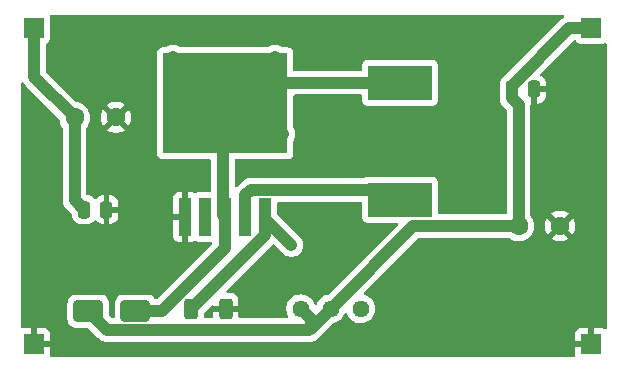
<source format=gbr>
%TF.GenerationSoftware,KiCad,Pcbnew,9.0.3*%
%TF.CreationDate,2026-02-07T01:57:28+05:30*%
%TF.ProjectId,dc dc boost converter,64632064-6320-4626-9f6f-737420636f6e,rev?*%
%TF.SameCoordinates,Original*%
%TF.FileFunction,Copper,L1,Top*%
%TF.FilePolarity,Positive*%
%FSLAX46Y46*%
G04 Gerber Fmt 4.6, Leading zero omitted, Abs format (unit mm)*
G04 Created by KiCad (PCBNEW 9.0.3) date 2026-02-07 01:57:28*
%MOMM*%
%LPD*%
G01*
G04 APERTURE LIST*
G04 Aperture macros list*
%AMRoundRect*
0 Rectangle with rounded corners*
0 $1 Rounding radius*
0 $2 $3 $4 $5 $6 $7 $8 $9 X,Y pos of 4 corners*
0 Add a 4 corners polygon primitive as box body*
4,1,4,$2,$3,$4,$5,$6,$7,$8,$9,$2,$3,0*
0 Add four circle primitives for the rounded corners*
1,1,$1+$1,$2,$3*
1,1,$1+$1,$4,$5*
1,1,$1+$1,$6,$7*
1,1,$1+$1,$8,$9*
0 Add four rect primitives between the rounded corners*
20,1,$1+$1,$2,$3,$4,$5,0*
20,1,$1+$1,$4,$5,$6,$7,0*
20,1,$1+$1,$6,$7,$8,$9,0*
20,1,$1+$1,$8,$9,$2,$3,0*%
G04 Aperture macros list end*
%TA.AperFunction,SMDPad,CuDef*%
%ADD10RoundRect,0.250000X-0.250000X-0.475000X0.250000X-0.475000X0.250000X0.475000X-0.250000X0.475000X0*%
%TD*%
%TA.AperFunction,SMDPad,CuDef*%
%ADD11R,5.400000X2.900000*%
%TD*%
%TA.AperFunction,ComponentPad*%
%ADD12C,1.600000*%
%TD*%
%TA.AperFunction,ComponentPad*%
%ADD13C,1.440000*%
%TD*%
%TA.AperFunction,ComponentPad*%
%ADD14R,1.700000X1.700000*%
%TD*%
%TA.AperFunction,SMDPad,CuDef*%
%ADD15RoundRect,0.250000X-1.000000X-0.650000X1.000000X-0.650000X1.000000X0.650000X-1.000000X0.650000X0*%
%TD*%
%TA.AperFunction,SMDPad,CuDef*%
%ADD16RoundRect,0.250000X-0.312500X-0.625000X0.312500X-0.625000X0.312500X0.625000X-0.312500X0.625000X0*%
%TD*%
%TA.AperFunction,SMDPad,CuDef*%
%ADD17R,1.050000X3.210000*%
%TD*%
%TA.AperFunction,SMDPad,CuDef*%
%ADD18R,10.530000X8.460000*%
%TD*%
%TA.AperFunction,ViaPad*%
%ADD19C,0.900000*%
%TD*%
%TA.AperFunction,ViaPad*%
%ADD20C,0.600000*%
%TD*%
%TA.AperFunction,Conductor*%
%ADD21C,1.000000*%
%TD*%
G04 APERTURE END LIST*
D10*
%TO.P,C3,1*%
%TO.N,Net-(D1-K)*%
X158850000Y-106000000D03*
%TO.P,C3,2*%
%TO.N,GND*%
X160750000Y-106000000D03*
%TD*%
D11*
%TO.P,L1,1,1*%
%TO.N,Net-(J1-Pin_1)*%
X149400000Y-115350000D03*
%TO.P,L1,2,2*%
%TO.N,Net-(D1-A)*%
X149400000Y-105450000D03*
%TD*%
D12*
%TO.P,C1,1*%
%TO.N,Net-(J1-Pin_1)*%
X121850000Y-108400000D03*
%TO.P,C1,2*%
%TO.N,GND*%
X125350000Y-108400000D03*
%TD*%
D13*
%TO.P,RV1,1,1*%
%TO.N,Net-(VR1-FB)*%
X146080000Y-124600000D03*
%TO.P,RV1,2,2*%
%TO.N,Net-(D1-K)*%
X143540000Y-124600000D03*
%TO.P,RV1,3,3*%
X141000000Y-124600000D03*
%TD*%
D14*
%TO.P,J4,1,Pin_1*%
%TO.N,Net-(D1-K)*%
X165600000Y-100800000D03*
%TD*%
%TO.P,J3,1,Pin_1*%
%TO.N,GND*%
X165600000Y-127600000D03*
%TD*%
%TO.P,J2,1,Pin_1*%
%TO.N,GND*%
X118400000Y-127600000D03*
%TD*%
%TO.P,J1,1,Pin_1*%
%TO.N,Net-(J1-Pin_1)*%
X118400000Y-100800000D03*
%TD*%
D10*
%TO.P,C2,1*%
%TO.N,Net-(J1-Pin_1)*%
X122650000Y-116200000D03*
%TO.P,C2,2*%
%TO.N,GND*%
X124550000Y-116200000D03*
%TD*%
D12*
%TO.P,C4,1*%
%TO.N,Net-(D1-K)*%
X159450000Y-117600000D03*
%TO.P,C4,2*%
%TO.N,GND*%
X162950000Y-117600000D03*
%TD*%
D15*
%TO.P,D1,1,K*%
%TO.N,Net-(D1-K)*%
X123000000Y-124800000D03*
%TO.P,D1,2,A*%
%TO.N,Net-(D1-A)*%
X127000000Y-124800000D03*
%TD*%
D16*
%TO.P,R1,1*%
%TO.N,Net-(VR1-FB)*%
X131737500Y-124600000D03*
%TO.P,R1,2*%
%TO.N,GND*%
X134662500Y-124600000D03*
%TD*%
D17*
%TO.P,VR1,1,GND*%
%TO.N,GND*%
X131200000Y-116830000D03*
%TO.P,VR1,2,EN*%
%TO.N,unconnected-(VR1-EN-Pad2)*%
X132900000Y-116830000D03*
%TO.P,VR1,3,SW*%
%TO.N,Net-(D1-A)*%
X134600000Y-116830000D03*
%TO.P,VR1,4,VIN*%
%TO.N,Net-(J1-Pin_1)*%
X136300000Y-116830000D03*
%TO.P,VR1,5,FB*%
%TO.N,Net-(VR1-FB)*%
X138000000Y-116830000D03*
D18*
%TO.P,VR1,6,SW*%
%TO.N,Net-(D1-A)*%
X134600000Y-107200000D03*
%TD*%
D19*
%TO.N,Net-(D1-A)*%
X134400000Y-109400000D03*
D20*
X134600000Y-107200000D03*
D19*
X134600000Y-107200000D03*
X134600000Y-107200000D03*
X132600000Y-108800000D03*
X134600000Y-107200000D03*
X136600000Y-108400000D03*
D20*
X134600000Y-107200000D03*
D19*
X134600000Y-107200000D03*
X134600000Y-107200000D03*
X134400000Y-107400000D03*
X134400000Y-107400000D03*
X130200000Y-110600000D03*
X134600000Y-107200000D03*
D20*
X134600000Y-107200000D03*
D19*
X134600000Y-107200000D03*
X134600000Y-107200000D03*
X131800000Y-104800000D03*
X139200000Y-110600000D03*
X135200000Y-105600000D03*
X134600000Y-107200000D03*
X139400000Y-105600000D03*
X134600000Y-107200000D03*
X137900000Y-106700000D03*
X134600000Y-107200000D03*
D20*
X134400000Y-110800000D03*
D19*
X138800000Y-103200000D03*
X134600000Y-107200000D03*
X131800000Y-106000000D03*
X134600000Y-107200000D03*
X130200000Y-103200000D03*
X134400000Y-107400000D03*
X134600000Y-107200000D03*
X131800000Y-103400000D03*
D20*
X134600000Y-107200000D03*
D19*
X135800000Y-108400000D03*
X134600000Y-107200000D03*
X138400000Y-107200000D03*
X135600000Y-107400000D03*
X134600000Y-107200000D03*
D20*
X134600000Y-107200000D03*
D19*
X134600000Y-107200000D03*
X134600000Y-107200000D03*
X138600000Y-111000000D03*
X134600000Y-107200000D03*
X134600000Y-107200000D03*
X134600000Y-107200000D03*
X134600000Y-107200000D03*
X139400000Y-104200000D03*
X132400000Y-109600000D03*
X133000000Y-107200000D03*
X134600000Y-107200000D03*
X130200000Y-104400000D03*
D20*
X134600000Y-107200000D03*
D19*
X131000000Y-110600000D03*
D20*
X134600000Y-107200000D03*
X134600000Y-107200000D03*
D19*
X135200000Y-108600000D03*
X134600000Y-107200000D03*
X134400000Y-107400000D03*
D20*
X134600000Y-107200000D03*
D19*
X134400000Y-107400000D03*
X138200000Y-105400000D03*
X130200000Y-106400000D03*
D20*
X134600000Y-107200000D03*
D19*
X139400000Y-105450000D03*
X138700000Y-105900000D03*
X139400000Y-109200000D03*
X131200000Y-109600000D03*
X134600000Y-107200000D03*
X134400000Y-108600000D03*
X139600000Y-109800000D03*
X138400000Y-104400000D03*
X134600000Y-107200000D03*
X134600000Y-107200000D03*
X136600000Y-106400000D03*
X135200000Y-109400000D03*
X137200000Y-107400000D03*
X134600000Y-107200000D03*
X131200000Y-105400000D03*
X130200000Y-109400000D03*
X136200000Y-110600000D03*
D20*
X134600000Y-107200000D03*
X134600000Y-107200000D03*
D19*
X134600000Y-107200000D03*
X134600000Y-107200000D03*
X132000000Y-107600000D03*
D20*
X134600000Y-107200000D03*
D19*
X134600000Y-107200000D03*
D20*
X134600000Y-107200000D03*
D19*
X134400000Y-104800000D03*
X134400000Y-110600000D03*
X134200000Y-106400000D03*
D20*
X134600000Y-107200000D03*
D19*
X134600000Y-107200000D03*
X134600000Y-107200000D03*
X134400000Y-110600000D03*
D20*
X134600000Y-107200000D03*
D19*
X134600000Y-107200000D03*
X136800000Y-104000000D03*
X134400000Y-109400000D03*
X137000000Y-109400000D03*
X131800000Y-110600000D03*
D20*
X134600000Y-107200000D03*
D19*
X134600000Y-107200000D03*
X136600000Y-107400000D03*
X136400000Y-105600000D03*
D20*
X134600000Y-107200000D03*
D19*
X134600000Y-107200000D03*
X134600000Y-107200000D03*
X134600000Y-107200000D03*
D20*
X134600000Y-107200000D03*
X134600000Y-107200000D03*
D19*
X137800000Y-103600000D03*
X134600000Y-107200000D03*
X134400000Y-107400000D03*
X136400000Y-104800000D03*
X133000000Y-104800000D03*
X133000000Y-106200000D03*
D20*
X134600000Y-107200000D03*
D19*
X136800000Y-104000000D03*
X134600000Y-107200000D03*
X136000000Y-109400000D03*
X134600000Y-107200000D03*
X138200000Y-108200000D03*
X139200000Y-108200000D03*
D20*
X134600000Y-107200000D03*
D19*
X134600000Y-107200000D03*
X135200000Y-110600000D03*
X134600000Y-107200000D03*
X130200000Y-107400000D03*
X138000000Y-110600000D03*
X139400000Y-107600000D03*
D20*
X136000000Y-107400000D03*
D19*
X136800000Y-104000000D03*
D20*
X138600000Y-110800000D03*
D19*
X134600000Y-107200000D03*
X133400000Y-110600000D03*
D20*
X134600000Y-107200000D03*
X134600000Y-107200000D03*
D19*
X137000000Y-110600000D03*
X134600000Y-107200000D03*
D20*
X134600000Y-107200000D03*
D19*
X137800000Y-103600000D03*
X134600000Y-107200000D03*
X134600000Y-107200000D03*
X133400000Y-109400000D03*
D20*
X134600000Y-107200000D03*
D19*
X134600000Y-107200000D03*
X138200000Y-109400000D03*
X134600000Y-107200000D03*
D20*
X134600000Y-107200000D03*
D19*
X134600000Y-107200000D03*
D20*
X134400000Y-110800000D03*
D19*
X134600000Y-107200000D03*
X132800000Y-103400000D03*
D20*
X134600000Y-107200000D03*
D19*
X131000000Y-104000000D03*
X134600000Y-107200000D03*
X130200000Y-108400000D03*
X134600000Y-107200000D03*
X134600000Y-107200000D03*
X135600000Y-106800000D03*
D20*
X134600000Y-107200000D03*
D19*
X134600000Y-107200000D03*
X134600000Y-107200000D03*
X134600000Y-107200000D03*
X135400000Y-104800000D03*
X134600000Y-107200000D03*
X134400000Y-103400000D03*
X134600000Y-107200000D03*
X130200000Y-105400000D03*
X134600000Y-107200000D03*
X134600000Y-107200000D03*
D20*
X134600000Y-107200000D03*
D19*
X136600000Y-107400000D03*
X134600000Y-107200000D03*
X134600000Y-107200000D03*
X134400000Y-107400000D03*
X134600000Y-107200000D03*
D20*
X134600000Y-107200000D03*
X134600000Y-107200000D03*
X134600000Y-107200000D03*
D19*
X134600000Y-107200000D03*
X139400000Y-106600000D03*
X131800000Y-106800000D03*
X137800000Y-104400000D03*
X134600000Y-107200000D03*
X137200000Y-105400000D03*
X134400000Y-105600000D03*
X134600000Y-107200000D03*
D20*
X134600000Y-107200000D03*
D19*
X136000000Y-103400000D03*
X134400000Y-107400000D03*
X134600000Y-107200000D03*
X134600000Y-107200000D03*
X134600000Y-107200000D03*
X134400000Y-107400000D03*
D20*
X134400000Y-110800000D03*
D19*
X131600000Y-108600000D03*
X134600000Y-107200000D03*
D20*
X134600000Y-107200000D03*
D19*
X131200000Y-107000000D03*
X134600000Y-107200000D03*
X134600000Y-107200000D03*
D20*
X134600000Y-107200000D03*
D19*
X134600000Y-107200000D03*
X134600000Y-107200000D03*
D20*
X134600000Y-107200000D03*
D19*
X133400000Y-108400000D03*
X134600000Y-107200000D03*
X132800000Y-110600000D03*
X134600000Y-107200000D03*
X134600000Y-107200000D03*
D20*
%TO.N,Net-(VR1-FB)*%
X140200000Y-119200000D03*
%TD*%
D21*
%TO.N,Net-(J1-Pin_1)*%
X118400000Y-104950000D02*
X121850000Y-108400000D01*
X136300000Y-114998000D02*
X136300000Y-116830000D01*
X136774000Y-114524000D02*
X136300000Y-114998000D01*
X121850000Y-115400000D02*
X122650000Y-116200000D01*
X121850000Y-108400000D02*
X121850000Y-115400000D01*
X149400000Y-115350000D02*
X148574000Y-114524000D01*
X148574000Y-114524000D02*
X136774000Y-114524000D01*
X118400000Y-100800000D02*
X118400000Y-104950000D01*
%TO.N,Net-(D1-K)*%
X163750000Y-100800000D02*
X158850000Y-105700000D01*
X141739000Y-126401000D02*
X124601000Y-126401000D01*
X158850000Y-106750000D02*
X159450000Y-107350000D01*
X141870000Y-125470000D02*
X141870000Y-126270000D01*
X150540000Y-117600000D02*
X159450000Y-117600000D01*
X124601000Y-126401000D02*
X123000000Y-124800000D01*
X158850000Y-105700000D02*
X158850000Y-106000000D01*
X143540000Y-124600000D02*
X150540000Y-117600000D01*
X158850000Y-106000000D02*
X158850000Y-106750000D01*
X159450000Y-107350000D02*
X159450000Y-117600000D01*
X141000000Y-124600000D02*
X141870000Y-125470000D01*
X165600000Y-100800000D02*
X163750000Y-100800000D01*
X143540000Y-124600000D02*
X141870000Y-126270000D01*
X141870000Y-126270000D02*
X141739000Y-126401000D01*
%TO.N,Net-(D1-A)*%
X134400000Y-110800000D02*
X134400000Y-116630000D01*
X134400000Y-109400000D02*
X134400000Y-110600000D01*
X136600000Y-107400000D02*
X137200000Y-107400000D01*
X134400000Y-110600000D02*
X134400000Y-110800000D01*
X137900000Y-106700000D02*
X138700000Y-105900000D01*
X134400000Y-107400000D02*
X135600000Y-107400000D01*
X135600000Y-107400000D02*
X136000000Y-107400000D01*
X139400000Y-105450000D02*
X149400000Y-105450000D01*
X137200000Y-107400000D02*
X137900000Y-106700000D01*
X138700000Y-105900000D02*
X139150000Y-105450000D01*
X134400000Y-116630000D02*
X134600000Y-116830000D01*
X134400000Y-107400000D02*
X134400000Y-108600000D01*
X134400000Y-108600000D02*
X134400000Y-109400000D01*
X139150000Y-105450000D02*
X139400000Y-105450000D01*
X134600000Y-119435000D02*
X134600000Y-116830000D01*
X127000000Y-124800000D02*
X129235000Y-124800000D01*
X136000000Y-107400000D02*
X136600000Y-107400000D01*
X129235000Y-124800000D02*
X134600000Y-119435000D01*
%TO.N,Net-(VR1-FB)*%
X131737500Y-124600000D02*
X138000000Y-118337500D01*
X138000000Y-117000000D02*
X140200000Y-119200000D01*
X138000000Y-118337500D02*
X138000000Y-116830000D01*
X138000000Y-116830000D02*
X138000000Y-117000000D01*
%TD*%
%TA.AperFunction,Conductor*%
%TO.N,GND*%
G36*
X163252932Y-99720185D02*
G01*
X163298687Y-99772989D01*
X163308631Y-99842147D01*
X163279606Y-99905703D01*
X163254785Y-99927600D01*
X163206500Y-99959863D01*
X163112215Y-100022862D01*
X163112214Y-100022863D01*
X158322724Y-104812354D01*
X158286191Y-104834963D01*
X158287205Y-104837137D01*
X158280665Y-104840186D01*
X158131342Y-104932289D01*
X158007289Y-105056342D01*
X157915187Y-105205663D01*
X157915185Y-105205668D01*
X157915115Y-105205880D01*
X157860001Y-105372203D01*
X157860001Y-105372204D01*
X157860000Y-105372204D01*
X157849500Y-105474983D01*
X157849500Y-105474991D01*
X157849500Y-105601458D01*
X157849500Y-105601459D01*
X157849500Y-105901459D01*
X157849500Y-106848541D01*
X157859835Y-106900500D01*
X157887949Y-107041836D01*
X157902619Y-107077251D01*
X157906149Y-107085775D01*
X157906150Y-107085776D01*
X157963364Y-107223906D01*
X157963371Y-107223919D01*
X158072860Y-107387782D01*
X158216537Y-107531459D01*
X158216559Y-107531479D01*
X158413181Y-107728101D01*
X158446666Y-107789424D01*
X158449500Y-107815782D01*
X158449500Y-116475500D01*
X158429815Y-116542539D01*
X158377011Y-116588294D01*
X158325500Y-116599500D01*
X152724500Y-116599500D01*
X152657461Y-116579815D01*
X152611706Y-116527011D01*
X152600500Y-116475500D01*
X152600499Y-113852129D01*
X152600498Y-113852123D01*
X152594091Y-113792516D01*
X152543797Y-113657671D01*
X152543793Y-113657664D01*
X152457546Y-113542454D01*
X152457544Y-113542452D01*
X152342335Y-113456206D01*
X152342328Y-113456202D01*
X152207482Y-113405908D01*
X152207483Y-113405908D01*
X152147883Y-113399501D01*
X152147881Y-113399500D01*
X152147873Y-113399500D01*
X152147864Y-113399500D01*
X146652129Y-113399500D01*
X146652123Y-113399501D01*
X146592516Y-113405908D01*
X146457671Y-113456202D01*
X146457668Y-113456204D01*
X146400812Y-113498767D01*
X146335348Y-113523184D01*
X146326501Y-113523500D01*
X136675457Y-113523500D01*
X136611934Y-113536136D01*
X136580172Y-113542454D01*
X136482167Y-113561948D01*
X136482159Y-113561950D01*
X136428834Y-113584037D01*
X136428834Y-113584038D01*
X136383315Y-113602892D01*
X136300089Y-113637366D01*
X136300079Y-113637371D01*
X136136219Y-113746859D01*
X136090563Y-113792516D01*
X135996861Y-113886218D01*
X135662217Y-114220862D01*
X135612180Y-114270898D01*
X135550857Y-114304382D01*
X135481165Y-114299397D01*
X135425232Y-114257525D01*
X135400816Y-114192061D01*
X135400500Y-114183216D01*
X135400500Y-112054499D01*
X135420185Y-111987460D01*
X135472989Y-111941705D01*
X135524500Y-111930499D01*
X138393621Y-111930499D01*
X138417811Y-111932881D01*
X138506382Y-111950499D01*
X138506383Y-111950500D01*
X138506384Y-111950500D01*
X138693617Y-111950500D01*
X138693617Y-111950499D01*
X138782188Y-111932881D01*
X138806379Y-111930499D01*
X139912871Y-111930499D01*
X139912872Y-111930499D01*
X139972483Y-111924091D01*
X140107331Y-111873796D01*
X140222546Y-111787546D01*
X140308796Y-111672331D01*
X140359091Y-111537483D01*
X140365500Y-111477873D01*
X140365499Y-110402817D01*
X140385183Y-110335779D01*
X140386397Y-110333927D01*
X140442322Y-110250231D01*
X140513973Y-110077251D01*
X140550500Y-109893616D01*
X140550500Y-109706384D01*
X140513973Y-109522749D01*
X140442322Y-109349769D01*
X140392871Y-109275761D01*
X140386396Y-109266070D01*
X140365519Y-109199393D01*
X140365499Y-109197180D01*
X140365499Y-106574500D01*
X140385184Y-106507461D01*
X140437988Y-106461706D01*
X140489499Y-106450500D01*
X146075501Y-106450500D01*
X146142540Y-106470185D01*
X146188295Y-106522989D01*
X146199501Y-106574500D01*
X146199501Y-106947876D01*
X146205908Y-107007483D01*
X146256202Y-107142328D01*
X146256206Y-107142335D01*
X146342452Y-107257544D01*
X146342455Y-107257547D01*
X146457664Y-107343793D01*
X146457671Y-107343797D01*
X146592517Y-107394091D01*
X146592516Y-107394091D01*
X146599444Y-107394835D01*
X146652127Y-107400500D01*
X152147872Y-107400499D01*
X152207483Y-107394091D01*
X152342331Y-107343796D01*
X152457546Y-107257546D01*
X152543796Y-107142331D01*
X152594091Y-107007483D01*
X152600500Y-106947873D01*
X152600499Y-103952128D01*
X152594091Y-103892517D01*
X152543796Y-103757669D01*
X152543795Y-103757668D01*
X152543793Y-103757664D01*
X152457547Y-103642455D01*
X152457544Y-103642452D01*
X152342335Y-103556206D01*
X152342328Y-103556202D01*
X152207482Y-103505908D01*
X152207483Y-103505908D01*
X152147883Y-103499501D01*
X152147881Y-103499500D01*
X152147873Y-103499500D01*
X152147864Y-103499500D01*
X146652129Y-103499500D01*
X146652123Y-103499501D01*
X146592516Y-103505908D01*
X146457671Y-103556202D01*
X146457664Y-103556206D01*
X146342455Y-103642452D01*
X146342452Y-103642455D01*
X146256206Y-103757664D01*
X146256202Y-103757671D01*
X146205908Y-103892517D01*
X146199501Y-103952116D01*
X146199501Y-103952123D01*
X146199500Y-103952135D01*
X146199500Y-104325500D01*
X146179815Y-104392539D01*
X146127011Y-104438294D01*
X146075500Y-104449500D01*
X140489499Y-104449500D01*
X140422460Y-104429815D01*
X140376705Y-104377011D01*
X140365499Y-104325500D01*
X140365499Y-102922129D01*
X140365498Y-102922123D01*
X140365497Y-102922116D01*
X140359091Y-102862517D01*
X140308796Y-102727669D01*
X140308795Y-102727668D01*
X140308793Y-102727664D01*
X140222547Y-102612455D01*
X140222544Y-102612452D01*
X140107335Y-102526206D01*
X140107328Y-102526202D01*
X139972482Y-102475908D01*
X139972483Y-102475908D01*
X139912883Y-102469501D01*
X139912881Y-102469500D01*
X139912873Y-102469500D01*
X139912865Y-102469500D01*
X139455200Y-102469500D01*
X139388161Y-102449815D01*
X139386309Y-102448602D01*
X139250237Y-102357681D01*
X139250228Y-102357676D01*
X139077251Y-102286027D01*
X139077243Y-102286025D01*
X138893620Y-102249500D01*
X138893616Y-102249500D01*
X138706384Y-102249500D01*
X138706379Y-102249500D01*
X138522756Y-102286025D01*
X138522748Y-102286027D01*
X138349771Y-102357676D01*
X138349762Y-102357681D01*
X138213691Y-102448602D01*
X138147013Y-102469480D01*
X138144800Y-102469500D01*
X136206376Y-102469500D01*
X136182185Y-102467117D01*
X136093619Y-102449500D01*
X136093616Y-102449500D01*
X135906384Y-102449500D01*
X135845059Y-102461698D01*
X135817810Y-102467118D01*
X135793620Y-102469500D01*
X134606380Y-102469500D01*
X134582190Y-102467118D01*
X134554941Y-102461698D01*
X134493616Y-102449500D01*
X134306384Y-102449500D01*
X134217814Y-102467117D01*
X134217809Y-102467118D01*
X134193619Y-102469500D01*
X133006380Y-102469500D01*
X132982190Y-102467118D01*
X132954941Y-102461698D01*
X132893616Y-102449500D01*
X132706384Y-102449500D01*
X132617814Y-102467117D01*
X132617809Y-102467118D01*
X132593619Y-102469500D01*
X132006381Y-102469500D01*
X131982191Y-102467118D01*
X131982186Y-102467117D01*
X131893616Y-102449500D01*
X131706384Y-102449500D01*
X131617813Y-102467117D01*
X131617808Y-102467118D01*
X131593618Y-102469500D01*
X130855200Y-102469500D01*
X130788161Y-102449815D01*
X130786309Y-102448602D01*
X130650237Y-102357681D01*
X130650228Y-102357676D01*
X130477251Y-102286027D01*
X130477243Y-102286025D01*
X130293620Y-102249500D01*
X130293616Y-102249500D01*
X130106384Y-102249500D01*
X130106379Y-102249500D01*
X129922756Y-102286025D01*
X129922748Y-102286027D01*
X129749771Y-102357676D01*
X129749762Y-102357681D01*
X129613691Y-102448602D01*
X129547013Y-102469480D01*
X129544800Y-102469500D01*
X129287130Y-102469500D01*
X129287123Y-102469501D01*
X129227516Y-102475908D01*
X129092671Y-102526202D01*
X129092664Y-102526206D01*
X128977455Y-102612452D01*
X128977452Y-102612455D01*
X128891206Y-102727664D01*
X128891202Y-102727671D01*
X128840908Y-102862517D01*
X128834501Y-102922116D01*
X128834501Y-102922123D01*
X128834500Y-102922135D01*
X128834500Y-111477870D01*
X128834501Y-111477876D01*
X128840908Y-111537483D01*
X128891202Y-111672328D01*
X128891206Y-111672335D01*
X128977452Y-111787544D01*
X128977455Y-111787547D01*
X129092664Y-111873793D01*
X129092671Y-111873797D01*
X129227517Y-111924091D01*
X129227516Y-111924091D01*
X129234444Y-111924835D01*
X129287127Y-111930500D01*
X133275500Y-111930499D01*
X133342539Y-111950184D01*
X133388294Y-112002988D01*
X133399500Y-112054499D01*
X133399500Y-114600500D01*
X133379815Y-114667539D01*
X133327011Y-114713294D01*
X133275500Y-114724500D01*
X132327129Y-114724500D01*
X132327123Y-114724501D01*
X132267516Y-114730908D01*
X132132671Y-114781202D01*
X132132666Y-114781205D01*
X132123890Y-114787775D01*
X132058425Y-114812189D01*
X131990152Y-114797335D01*
X131975276Y-114787774D01*
X131967095Y-114781650D01*
X131967086Y-114781645D01*
X131832379Y-114731403D01*
X131832372Y-114731401D01*
X131772844Y-114725000D01*
X131450000Y-114725000D01*
X131450000Y-118935000D01*
X131772828Y-118935000D01*
X131772844Y-118934999D01*
X131832372Y-118928598D01*
X131832376Y-118928597D01*
X131967089Y-118878351D01*
X131975268Y-118872229D01*
X132040732Y-118847809D01*
X132109005Y-118862658D01*
X132123897Y-118872229D01*
X132132668Y-118878796D01*
X132132670Y-118878797D01*
X132267517Y-118929091D01*
X132267516Y-118929091D01*
X132274444Y-118929835D01*
X132327127Y-118935500D01*
X133385217Y-118935499D01*
X133452256Y-118955183D01*
X133498011Y-119007987D01*
X133507955Y-119077146D01*
X133478930Y-119140702D01*
X133472898Y-119147180D01*
X128856899Y-123763181D01*
X128829971Y-123777884D01*
X128804153Y-123794477D01*
X128797952Y-123795368D01*
X128795576Y-123796666D01*
X128769218Y-123799500D01*
X128734798Y-123799500D01*
X128667759Y-123779815D01*
X128629259Y-123740597D01*
X128592712Y-123681344D01*
X128468656Y-123557288D01*
X128325385Y-123468918D01*
X128319336Y-123465187D01*
X128319331Y-123465185D01*
X128317862Y-123464698D01*
X128152797Y-123410001D01*
X128152795Y-123410000D01*
X128050010Y-123399500D01*
X125949998Y-123399500D01*
X125949981Y-123399501D01*
X125847203Y-123410000D01*
X125847200Y-123410001D01*
X125680668Y-123465185D01*
X125680663Y-123465187D01*
X125531342Y-123557289D01*
X125407289Y-123681342D01*
X125315187Y-123830663D01*
X125315186Y-123830666D01*
X125260001Y-123997203D01*
X125260001Y-123997204D01*
X125260000Y-123997204D01*
X125249500Y-124099983D01*
X125249500Y-124099991D01*
X125249500Y-124696055D01*
X125249501Y-125276500D01*
X125246950Y-125285185D01*
X125248239Y-125294147D01*
X125237260Y-125318187D01*
X125229816Y-125343539D01*
X125222975Y-125349466D01*
X125219214Y-125357703D01*
X125196981Y-125371990D01*
X125177013Y-125389294D01*
X125166497Y-125391581D01*
X125160436Y-125395477D01*
X125125501Y-125400500D01*
X125066782Y-125400500D01*
X124999743Y-125380815D01*
X124979101Y-125364181D01*
X124786818Y-125171898D01*
X124753333Y-125110575D01*
X124750499Y-125084217D01*
X124750499Y-124099998D01*
X124750498Y-124099981D01*
X124739999Y-123997203D01*
X124739998Y-123997200D01*
X124727776Y-123960318D01*
X124684814Y-123830666D01*
X124592712Y-123681344D01*
X124468656Y-123557288D01*
X124325385Y-123468918D01*
X124319336Y-123465187D01*
X124319331Y-123465185D01*
X124317862Y-123464698D01*
X124152797Y-123410001D01*
X124152795Y-123410000D01*
X124050010Y-123399500D01*
X121949998Y-123399500D01*
X121949981Y-123399501D01*
X121847203Y-123410000D01*
X121847200Y-123410001D01*
X121680668Y-123465185D01*
X121680663Y-123465187D01*
X121531342Y-123557289D01*
X121407289Y-123681342D01*
X121315187Y-123830663D01*
X121315186Y-123830666D01*
X121260001Y-123997203D01*
X121260001Y-123997204D01*
X121260000Y-123997204D01*
X121249500Y-124099983D01*
X121249500Y-125500001D01*
X121249501Y-125500018D01*
X121260000Y-125602796D01*
X121260001Y-125602799D01*
X121315185Y-125769331D01*
X121315187Y-125769336D01*
X121331439Y-125795684D01*
X121407288Y-125918656D01*
X121531344Y-126042712D01*
X121680666Y-126134814D01*
X121847203Y-126189999D01*
X121949991Y-126200500D01*
X122934217Y-126200499D01*
X123001256Y-126220183D01*
X123021898Y-126236818D01*
X123820735Y-127035655D01*
X123820764Y-127035686D01*
X123963214Y-127178136D01*
X123963218Y-127178139D01*
X124127079Y-127287628D01*
X124127092Y-127287635D01*
X124255833Y-127340961D01*
X124277656Y-127350000D01*
X124309164Y-127363051D01*
X124405812Y-127382275D01*
X124454135Y-127391887D01*
X124502458Y-127401500D01*
X124502459Y-127401500D01*
X141837542Y-127401500D01*
X141868566Y-127395328D01*
X141934188Y-127382275D01*
X142030836Y-127363051D01*
X142084165Y-127340961D01*
X142212914Y-127287632D01*
X142376782Y-127178139D01*
X142516139Y-127038782D01*
X142516140Y-127038781D01*
X142647139Y-126907782D01*
X142647140Y-126907779D01*
X143724444Y-125830475D01*
X143785765Y-125796992D01*
X143792684Y-125795692D01*
X143825801Y-125790447D01*
X144008509Y-125731082D01*
X144179681Y-125643865D01*
X144335102Y-125530945D01*
X144470945Y-125395102D01*
X144583865Y-125239681D01*
X144671082Y-125068509D01*
X144671084Y-125068504D01*
X144692069Y-125003919D01*
X144731506Y-124946243D01*
X144795864Y-124919044D01*
X144864711Y-124930958D01*
X144916187Y-124978202D01*
X144927931Y-125003919D01*
X144948915Y-125068504D01*
X145026211Y-125220205D01*
X145036135Y-125239681D01*
X145149055Y-125395102D01*
X145284898Y-125530945D01*
X145440319Y-125643865D01*
X145611491Y-125731082D01*
X145611493Y-125731083D01*
X145702845Y-125760764D01*
X145794199Y-125790447D01*
X145983945Y-125820500D01*
X145983946Y-125820500D01*
X146176054Y-125820500D01*
X146176055Y-125820500D01*
X146365801Y-125790447D01*
X146548509Y-125731082D01*
X146719681Y-125643865D01*
X146875102Y-125530945D01*
X147010945Y-125395102D01*
X147123865Y-125239681D01*
X147211082Y-125068509D01*
X147270447Y-124885801D01*
X147300500Y-124696055D01*
X147300500Y-124503945D01*
X147270447Y-124314199D01*
X147240424Y-124221797D01*
X147211083Y-124131493D01*
X147123864Y-123960318D01*
X147010945Y-123804898D01*
X146875102Y-123669055D01*
X146719681Y-123556135D01*
X146622570Y-123506654D01*
X146548506Y-123468916D01*
X146391871Y-123418023D01*
X146334196Y-123378586D01*
X146306997Y-123314227D01*
X146318911Y-123245381D01*
X146342505Y-123212414D01*
X150918101Y-118636819D01*
X150979424Y-118603334D01*
X151005782Y-118600500D01*
X158574238Y-118600500D01*
X158641277Y-118620185D01*
X158647119Y-118624179D01*
X158768390Y-118712287D01*
X158884607Y-118771503D01*
X158950776Y-118805218D01*
X158950778Y-118805218D01*
X158950781Y-118805220D01*
X159055137Y-118839127D01*
X159145465Y-118868477D01*
X159210623Y-118878797D01*
X159347648Y-118900500D01*
X159347649Y-118900500D01*
X159552351Y-118900500D01*
X159552352Y-118900500D01*
X159754534Y-118868477D01*
X159949219Y-118805220D01*
X160131610Y-118712287D01*
X160258379Y-118620185D01*
X160297213Y-118591971D01*
X160297215Y-118591968D01*
X160297219Y-118591966D01*
X160441966Y-118447219D01*
X160441968Y-118447215D01*
X160441971Y-118447213D01*
X160494732Y-118374590D01*
X160562287Y-118281610D01*
X160655220Y-118099219D01*
X160718477Y-117904534D01*
X160750500Y-117702352D01*
X160750500Y-117497682D01*
X161650000Y-117497682D01*
X161650000Y-117702317D01*
X161682009Y-117904417D01*
X161745244Y-118099031D01*
X161838141Y-118281350D01*
X161838147Y-118281359D01*
X161870523Y-118325921D01*
X161870524Y-118325922D01*
X162550000Y-117646446D01*
X162550000Y-117652661D01*
X162577259Y-117754394D01*
X162629920Y-117845606D01*
X162704394Y-117920080D01*
X162795606Y-117972741D01*
X162897339Y-118000000D01*
X162903553Y-118000000D01*
X162224076Y-118679474D01*
X162268650Y-118711859D01*
X162450968Y-118804755D01*
X162645582Y-118867990D01*
X162847683Y-118900000D01*
X163052317Y-118900000D01*
X163254417Y-118867990D01*
X163449031Y-118804755D01*
X163631349Y-118711859D01*
X163675921Y-118679474D01*
X162996447Y-118000000D01*
X163002661Y-118000000D01*
X163104394Y-117972741D01*
X163195606Y-117920080D01*
X163270080Y-117845606D01*
X163322741Y-117754394D01*
X163350000Y-117652661D01*
X163350000Y-117646447D01*
X164029474Y-118325921D01*
X164061859Y-118281349D01*
X164154755Y-118099031D01*
X164217990Y-117904417D01*
X164250000Y-117702317D01*
X164250000Y-117497682D01*
X164217990Y-117295582D01*
X164154755Y-117100968D01*
X164061859Y-116918650D01*
X164029474Y-116874077D01*
X164029474Y-116874076D01*
X163350000Y-117553551D01*
X163350000Y-117547339D01*
X163322741Y-117445606D01*
X163270080Y-117354394D01*
X163195606Y-117279920D01*
X163104394Y-117227259D01*
X163002661Y-117200000D01*
X162996446Y-117200000D01*
X163675922Y-116520524D01*
X163675921Y-116520523D01*
X163631359Y-116488147D01*
X163631350Y-116488141D01*
X163449031Y-116395244D01*
X163254417Y-116332009D01*
X163052317Y-116300000D01*
X162847683Y-116300000D01*
X162645582Y-116332009D01*
X162450968Y-116395244D01*
X162268644Y-116488143D01*
X162224077Y-116520523D01*
X162224077Y-116520524D01*
X162903554Y-117200000D01*
X162897339Y-117200000D01*
X162795606Y-117227259D01*
X162704394Y-117279920D01*
X162629920Y-117354394D01*
X162577259Y-117445606D01*
X162550000Y-117547339D01*
X162550000Y-117553553D01*
X161870524Y-116874077D01*
X161870523Y-116874077D01*
X161838143Y-116918644D01*
X161745244Y-117100968D01*
X161682009Y-117295582D01*
X161650000Y-117497682D01*
X160750500Y-117497682D01*
X160750500Y-117497648D01*
X160738993Y-117424998D01*
X160718477Y-117295465D01*
X160669050Y-117143345D01*
X160655220Y-117100781D01*
X160655218Y-117100778D01*
X160655218Y-117100776D01*
X160562419Y-116918650D01*
X160562287Y-116918390D01*
X160511053Y-116847872D01*
X160474182Y-116797122D01*
X160467029Y-116777077D01*
X160455523Y-116759172D01*
X160452068Y-116735145D01*
X160450702Y-116731316D01*
X160450500Y-116724237D01*
X160450500Y-107325861D01*
X160470185Y-107258822D01*
X160486819Y-107238180D01*
X160500000Y-107224999D01*
X161000000Y-107224999D01*
X161049972Y-107224999D01*
X161049986Y-107224998D01*
X161152697Y-107214505D01*
X161319119Y-107159358D01*
X161319124Y-107159356D01*
X161468345Y-107067315D01*
X161592315Y-106943345D01*
X161684356Y-106794124D01*
X161684358Y-106794119D01*
X161739505Y-106627697D01*
X161739506Y-106627690D01*
X161749999Y-106524986D01*
X161750000Y-106524973D01*
X161750000Y-106250000D01*
X161000000Y-106250000D01*
X161000000Y-107224999D01*
X160500000Y-107224999D01*
X160500000Y-106124000D01*
X160519685Y-106056961D01*
X160572489Y-106011206D01*
X160624000Y-106000000D01*
X160750000Y-106000000D01*
X160750000Y-105874000D01*
X160769685Y-105806961D01*
X160822489Y-105761206D01*
X160874000Y-105750000D01*
X161749999Y-105750000D01*
X161749999Y-105475028D01*
X161749998Y-105475013D01*
X161739505Y-105372302D01*
X161684358Y-105205880D01*
X161684356Y-105205875D01*
X161592315Y-105056654D01*
X161468345Y-104932684D01*
X161332084Y-104848638D01*
X161285360Y-104796690D01*
X161274137Y-104727727D01*
X161301981Y-104663645D01*
X161309475Y-104655445D01*
X164106568Y-101858352D01*
X164167889Y-101824869D01*
X164237581Y-101829853D01*
X164293514Y-101871725D01*
X164303080Y-101886610D01*
X164306205Y-101892334D01*
X164392452Y-102007544D01*
X164392455Y-102007547D01*
X164507664Y-102093793D01*
X164507671Y-102093797D01*
X164642517Y-102144091D01*
X164642516Y-102144091D01*
X164649444Y-102144835D01*
X164702127Y-102150500D01*
X166497872Y-102150499D01*
X166557483Y-102144091D01*
X166692331Y-102093796D01*
X166701186Y-102087166D01*
X166766649Y-102062747D01*
X166834923Y-102077596D01*
X166884330Y-102127000D01*
X166899500Y-102186431D01*
X166899500Y-126214192D01*
X166879815Y-126281231D01*
X166827011Y-126326986D01*
X166757853Y-126336930D01*
X166701190Y-126313460D01*
X166692088Y-126306646D01*
X166692086Y-126306645D01*
X166557379Y-126256403D01*
X166557372Y-126256401D01*
X166497844Y-126250000D01*
X165850000Y-126250000D01*
X165850000Y-127166988D01*
X165792993Y-127134075D01*
X165665826Y-127100000D01*
X165534174Y-127100000D01*
X165407007Y-127134075D01*
X165350000Y-127166988D01*
X165350000Y-126250000D01*
X164702155Y-126250000D01*
X164642627Y-126256401D01*
X164642620Y-126256403D01*
X164507913Y-126306645D01*
X164507906Y-126306649D01*
X164392812Y-126392809D01*
X164392809Y-126392812D01*
X164306649Y-126507906D01*
X164306645Y-126507913D01*
X164256403Y-126642620D01*
X164256401Y-126642627D01*
X164250000Y-126702155D01*
X164250000Y-127350000D01*
X165166988Y-127350000D01*
X165134075Y-127407007D01*
X165100000Y-127534174D01*
X165100000Y-127665826D01*
X165134075Y-127792993D01*
X165166988Y-127850000D01*
X164250000Y-127850000D01*
X164250000Y-128497844D01*
X164256925Y-128562244D01*
X164244520Y-128631004D01*
X164196910Y-128682141D01*
X164133636Y-128699500D01*
X119866364Y-128699500D01*
X119799325Y-128679815D01*
X119753570Y-128627011D01*
X119743075Y-128562244D01*
X119749999Y-128497844D01*
X119750000Y-128497827D01*
X119750000Y-127850000D01*
X118833012Y-127850000D01*
X118865925Y-127792993D01*
X118900000Y-127665826D01*
X118900000Y-127534174D01*
X118865925Y-127407007D01*
X118833012Y-127350000D01*
X119750000Y-127350000D01*
X119750000Y-126702172D01*
X119749999Y-126702155D01*
X119743598Y-126642627D01*
X119743596Y-126642620D01*
X119693354Y-126507913D01*
X119693350Y-126507906D01*
X119607190Y-126392812D01*
X119607187Y-126392809D01*
X119492093Y-126306649D01*
X119492086Y-126306645D01*
X119357379Y-126256403D01*
X119357372Y-126256401D01*
X119297844Y-126250000D01*
X118650000Y-126250000D01*
X118650000Y-127166988D01*
X118592993Y-127134075D01*
X118465826Y-127100000D01*
X118334174Y-127100000D01*
X118207007Y-127134075D01*
X118150000Y-127166988D01*
X118150000Y-126250000D01*
X117502155Y-126250000D01*
X117437756Y-126256925D01*
X117368996Y-126244520D01*
X117317859Y-126196910D01*
X117300500Y-126133636D01*
X117300500Y-118482844D01*
X130175000Y-118482844D01*
X130181401Y-118542372D01*
X130181403Y-118542379D01*
X130231645Y-118677086D01*
X130231649Y-118677093D01*
X130317809Y-118792187D01*
X130317812Y-118792190D01*
X130432906Y-118878350D01*
X130432913Y-118878354D01*
X130567620Y-118928596D01*
X130567627Y-118928598D01*
X130627155Y-118934999D01*
X130627172Y-118935000D01*
X130950000Y-118935000D01*
X130950000Y-117080000D01*
X130175000Y-117080000D01*
X130175000Y-118482844D01*
X117300500Y-118482844D01*
X117300500Y-105514108D01*
X117320185Y-105447069D01*
X117372989Y-105401314D01*
X117442147Y-105391370D01*
X117505703Y-105420395D01*
X117527602Y-105445217D01*
X117622860Y-105587782D01*
X117766537Y-105731459D01*
X117766559Y-105731479D01*
X120523281Y-108488201D01*
X120556766Y-108549524D01*
X120558073Y-108556483D01*
X120581523Y-108704535D01*
X120644781Y-108899223D01*
X120737580Y-109081349D01*
X120737713Y-109081610D01*
X120825819Y-109202877D01*
X120849298Y-109268681D01*
X120849500Y-109275761D01*
X120849500Y-115498541D01*
X120849500Y-115498543D01*
X120849499Y-115498543D01*
X120887947Y-115691829D01*
X120887950Y-115691839D01*
X120963364Y-115873907D01*
X120963371Y-115873920D01*
X121072860Y-116037781D01*
X121072863Y-116037785D01*
X121216537Y-116181459D01*
X121216559Y-116181479D01*
X121613181Y-116578101D01*
X121646666Y-116639424D01*
X121649500Y-116665780D01*
X121649500Y-116725000D01*
X121649501Y-116725019D01*
X121660000Y-116827796D01*
X121660001Y-116827799D01*
X121713628Y-116989631D01*
X121715186Y-116994334D01*
X121807288Y-117143656D01*
X121931344Y-117267712D01*
X122080666Y-117359814D01*
X122247203Y-117414999D01*
X122349991Y-117425500D01*
X122950008Y-117425499D01*
X122950016Y-117425498D01*
X122950019Y-117425498D01*
X123006302Y-117419748D01*
X123052797Y-117414999D01*
X123219334Y-117359814D01*
X123368656Y-117267712D01*
X123492712Y-117143656D01*
X123494752Y-117140347D01*
X123496745Y-117138555D01*
X123497193Y-117137989D01*
X123497289Y-117138065D01*
X123546694Y-117093623D01*
X123615656Y-117082395D01*
X123679740Y-117110234D01*
X123705829Y-117140339D01*
X123707681Y-117143341D01*
X123707683Y-117143344D01*
X123831654Y-117267315D01*
X123980875Y-117359356D01*
X123980880Y-117359358D01*
X124147302Y-117414505D01*
X124147309Y-117414506D01*
X124250019Y-117424999D01*
X124800000Y-117424999D01*
X124849972Y-117424999D01*
X124849986Y-117424998D01*
X124952697Y-117414505D01*
X125119119Y-117359358D01*
X125119124Y-117359356D01*
X125268345Y-117267315D01*
X125392315Y-117143345D01*
X125484356Y-116994124D01*
X125484359Y-116994117D01*
X125485846Y-116989631D01*
X125539505Y-116827697D01*
X125539506Y-116827690D01*
X125549999Y-116724986D01*
X125550000Y-116724973D01*
X125550000Y-116450000D01*
X124800000Y-116450000D01*
X124800000Y-117424999D01*
X124250019Y-117424999D01*
X124299999Y-117424998D01*
X124300000Y-117424998D01*
X124300000Y-115950000D01*
X124800000Y-115950000D01*
X125549999Y-115950000D01*
X125549999Y-115675028D01*
X125549998Y-115675013D01*
X125539505Y-115572302D01*
X125484358Y-115405880D01*
X125484356Y-115405875D01*
X125392315Y-115256654D01*
X125312816Y-115177155D01*
X130175000Y-115177155D01*
X130175000Y-116580000D01*
X130950000Y-116580000D01*
X130950000Y-114725000D01*
X130627155Y-114725000D01*
X130567627Y-114731401D01*
X130567620Y-114731403D01*
X130432913Y-114781645D01*
X130432906Y-114781649D01*
X130317812Y-114867809D01*
X130317809Y-114867812D01*
X130231649Y-114982906D01*
X130231645Y-114982913D01*
X130181403Y-115117620D01*
X130181401Y-115117627D01*
X130175000Y-115177155D01*
X125312816Y-115177155D01*
X125268345Y-115132684D01*
X125119124Y-115040643D01*
X125119119Y-115040641D01*
X124952697Y-114985494D01*
X124952690Y-114985493D01*
X124849986Y-114975000D01*
X124800000Y-114975000D01*
X124800000Y-115950000D01*
X124300000Y-115950000D01*
X124300000Y-114975000D01*
X124299999Y-114974999D01*
X124250029Y-114975000D01*
X124250011Y-114975001D01*
X124147302Y-114985494D01*
X123980880Y-115040641D01*
X123980875Y-115040643D01*
X123831654Y-115132684D01*
X123707683Y-115256655D01*
X123707679Y-115256660D01*
X123705826Y-115259665D01*
X123704018Y-115261290D01*
X123703202Y-115262323D01*
X123703025Y-115262183D01*
X123653874Y-115306385D01*
X123584911Y-115317601D01*
X123520831Y-115289752D01*
X123494753Y-115259653D01*
X123494737Y-115259628D01*
X123492712Y-115256344D01*
X123368656Y-115132288D01*
X123219334Y-115040186D01*
X123052797Y-114985001D01*
X123052794Y-114985000D01*
X122961897Y-114975714D01*
X122897205Y-114949317D01*
X122857054Y-114892136D01*
X122850500Y-114852356D01*
X122850500Y-109275761D01*
X122870185Y-109208722D01*
X122874165Y-109202899D01*
X122962287Y-109081610D01*
X123055220Y-108899219D01*
X123118477Y-108704534D01*
X123150500Y-108502352D01*
X123150500Y-108297682D01*
X124050000Y-108297682D01*
X124050000Y-108502317D01*
X124082009Y-108704417D01*
X124145244Y-108899031D01*
X124238141Y-109081350D01*
X124238147Y-109081359D01*
X124270523Y-109125921D01*
X124270524Y-109125922D01*
X124950000Y-108446446D01*
X124950000Y-108452661D01*
X124977259Y-108554394D01*
X125029920Y-108645606D01*
X125104394Y-108720080D01*
X125195606Y-108772741D01*
X125297339Y-108800000D01*
X125303553Y-108800000D01*
X124624076Y-109479474D01*
X124668650Y-109511859D01*
X124850968Y-109604755D01*
X125045582Y-109667990D01*
X125247683Y-109700000D01*
X125452317Y-109700000D01*
X125654417Y-109667990D01*
X125849031Y-109604755D01*
X126031349Y-109511859D01*
X126075921Y-109479474D01*
X125396447Y-108800000D01*
X125402661Y-108800000D01*
X125504394Y-108772741D01*
X125595606Y-108720080D01*
X125670080Y-108645606D01*
X125722741Y-108554394D01*
X125750000Y-108452661D01*
X125750000Y-108446447D01*
X126429474Y-109125921D01*
X126461859Y-109081349D01*
X126554755Y-108899031D01*
X126617990Y-108704417D01*
X126650000Y-108502317D01*
X126650000Y-108297682D01*
X126617990Y-108095582D01*
X126554755Y-107900968D01*
X126461859Y-107718650D01*
X126429474Y-107674077D01*
X126429474Y-107674076D01*
X125750000Y-108353551D01*
X125750000Y-108347339D01*
X125722741Y-108245606D01*
X125670080Y-108154394D01*
X125595606Y-108079920D01*
X125504394Y-108027259D01*
X125402661Y-108000000D01*
X125396446Y-108000000D01*
X126075922Y-107320524D01*
X126075921Y-107320523D01*
X126031359Y-107288147D01*
X126031350Y-107288141D01*
X125849031Y-107195244D01*
X125654417Y-107132009D01*
X125452317Y-107100000D01*
X125247683Y-107100000D01*
X125045582Y-107132009D01*
X124850968Y-107195244D01*
X124668644Y-107288143D01*
X124624077Y-107320523D01*
X124624077Y-107320524D01*
X125303554Y-108000000D01*
X125297339Y-108000000D01*
X125195606Y-108027259D01*
X125104394Y-108079920D01*
X125029920Y-108154394D01*
X124977259Y-108245606D01*
X124950000Y-108347339D01*
X124950000Y-108353553D01*
X124270524Y-107674077D01*
X124270523Y-107674077D01*
X124238143Y-107718644D01*
X124145244Y-107900968D01*
X124082009Y-108095582D01*
X124050000Y-108297682D01*
X123150500Y-108297682D01*
X123150500Y-108297648D01*
X123142257Y-108245606D01*
X123118477Y-108095465D01*
X123087458Y-108000000D01*
X123055220Y-107900781D01*
X123055218Y-107900778D01*
X123055218Y-107900776D01*
X123011911Y-107815782D01*
X122962287Y-107718390D01*
X122930092Y-107674077D01*
X122841971Y-107552786D01*
X122697213Y-107408028D01*
X122531613Y-107287715D01*
X122531612Y-107287714D01*
X122531610Y-107287713D01*
X122460458Y-107251459D01*
X122349223Y-107194781D01*
X122154535Y-107131523D01*
X122006483Y-107108073D01*
X121943349Y-107078143D01*
X121938201Y-107073281D01*
X119436819Y-104571899D01*
X119403334Y-104510576D01*
X119400500Y-104484218D01*
X119400500Y-102214141D01*
X119420185Y-102147102D01*
X119472989Y-102101347D01*
X119481149Y-102097966D01*
X119492331Y-102093796D01*
X119499501Y-102088429D01*
X119533807Y-102062747D01*
X119607546Y-102007546D01*
X119693796Y-101892331D01*
X119744091Y-101757483D01*
X119750500Y-101697873D01*
X119750499Y-99902128D01*
X119744091Y-99842517D01*
X119743579Y-99837753D01*
X119755986Y-99768994D01*
X119803597Y-99717857D01*
X119866869Y-99700500D01*
X163185893Y-99700500D01*
X163252932Y-99720185D01*
G37*
%TD.AperFunction*%
%TA.AperFunction,Conductor*%
G36*
X146142540Y-115544185D02*
G01*
X146188295Y-115596989D01*
X146199501Y-115648500D01*
X146199501Y-116847876D01*
X146205908Y-116907483D01*
X146256202Y-117042328D01*
X146256206Y-117042335D01*
X146342452Y-117157544D01*
X146342455Y-117157547D01*
X146457664Y-117243793D01*
X146457671Y-117243797D01*
X146592517Y-117294091D01*
X146592516Y-117294091D01*
X146599444Y-117294835D01*
X146652127Y-117300500D01*
X149125217Y-117300499D01*
X149192256Y-117320184D01*
X149238011Y-117372987D01*
X149247955Y-117442146D01*
X149218930Y-117505702D01*
X149212898Y-117512180D01*
X143355557Y-123369521D01*
X143294234Y-123403006D01*
X143287277Y-123404313D01*
X143254198Y-123409553D01*
X143071495Y-123468915D01*
X142900318Y-123556135D01*
X142811645Y-123620560D01*
X142744898Y-123669055D01*
X142744896Y-123669057D01*
X142744895Y-123669057D01*
X142609057Y-123804895D01*
X142609057Y-123804896D01*
X142609055Y-123804898D01*
X142590332Y-123830668D01*
X142496135Y-123960318D01*
X142408916Y-124131493D01*
X142387931Y-124196081D01*
X142348494Y-124253756D01*
X142284135Y-124280955D01*
X142215289Y-124269041D01*
X142163813Y-124221797D01*
X142152069Y-124196081D01*
X142131083Y-124131493D01*
X142043864Y-123960318D01*
X141930945Y-123804898D01*
X141795102Y-123669055D01*
X141639681Y-123556135D01*
X141542570Y-123506654D01*
X141468506Y-123468916D01*
X141285802Y-123409553D01*
X141190928Y-123394526D01*
X141096055Y-123379500D01*
X140903945Y-123379500D01*
X140840696Y-123389517D01*
X140714197Y-123409553D01*
X140531493Y-123468916D01*
X140360318Y-123556135D01*
X140271645Y-123620560D01*
X140204898Y-123669055D01*
X140204896Y-123669057D01*
X140204895Y-123669057D01*
X140069057Y-123804895D01*
X140069057Y-123804896D01*
X140069055Y-123804898D01*
X140050332Y-123830668D01*
X139956135Y-123960318D01*
X139868916Y-124131493D01*
X139809553Y-124314197D01*
X139779500Y-124503945D01*
X139779500Y-124696054D01*
X139809553Y-124885802D01*
X139868917Y-125068509D01*
X139868919Y-125068513D01*
X139946211Y-125220205D01*
X139959108Y-125288874D01*
X139932832Y-125353614D01*
X139875726Y-125393872D01*
X139835727Y-125400500D01*
X135849000Y-125400500D01*
X135781961Y-125380815D01*
X135736206Y-125328011D01*
X135725000Y-125276500D01*
X135725000Y-124850000D01*
X133600001Y-124850000D01*
X133600001Y-125276500D01*
X133580316Y-125343539D01*
X133527512Y-125389294D01*
X133476001Y-125400500D01*
X132924500Y-125400500D01*
X132857461Y-125380815D01*
X132811706Y-125328011D01*
X132800500Y-125276500D01*
X132800500Y-125171898D01*
X132800499Y-125003280D01*
X132820183Y-124936242D01*
X132836813Y-124915605D01*
X133413530Y-124338888D01*
X133474851Y-124305405D01*
X133544543Y-124310389D01*
X133588890Y-124338890D01*
X133600000Y-124350000D01*
X135724999Y-124350000D01*
X135724999Y-123925028D01*
X135724998Y-123925013D01*
X135714505Y-123822302D01*
X135659358Y-123655880D01*
X135659356Y-123655875D01*
X135567315Y-123506654D01*
X135443345Y-123382684D01*
X135294124Y-123290643D01*
X135294119Y-123290641D01*
X135127697Y-123235494D01*
X135127690Y-123235493D01*
X135024986Y-123225000D01*
X134826780Y-123225000D01*
X134759741Y-123205315D01*
X134713986Y-123152511D01*
X134704042Y-123083353D01*
X134733067Y-123019797D01*
X134739081Y-123013338D01*
X138581070Y-119171349D01*
X138642391Y-119137866D01*
X138712083Y-119142850D01*
X138756430Y-119171351D01*
X139562215Y-119977136D01*
X139562219Y-119977139D01*
X139726079Y-120086627D01*
X139726083Y-120086629D01*
X139726086Y-120086631D01*
X139908164Y-120162051D01*
X140101455Y-120200499D01*
X140101458Y-120200500D01*
X140101460Y-120200500D01*
X140298542Y-120200500D01*
X140298543Y-120200499D01*
X140491836Y-120162051D01*
X140673914Y-120086631D01*
X140837781Y-119977139D01*
X140977139Y-119837781D01*
X141086631Y-119673914D01*
X141162051Y-119491836D01*
X141200500Y-119298540D01*
X141200500Y-119101460D01*
X141200500Y-119101457D01*
X141200499Y-119101455D01*
X141181907Y-119007987D01*
X141162051Y-118908164D01*
X141086631Y-118726086D01*
X141086629Y-118726083D01*
X141086627Y-118726079D01*
X140977139Y-118562219D01*
X140977136Y-118562215D01*
X139061818Y-116646897D01*
X139028333Y-116585574D01*
X139025499Y-116559216D01*
X139025499Y-115648500D01*
X139045184Y-115581461D01*
X139097988Y-115535706D01*
X139149499Y-115524500D01*
X146075501Y-115524500D01*
X146142540Y-115544185D01*
G37*
%TD.AperFunction*%
%TD*%
M02*

</source>
